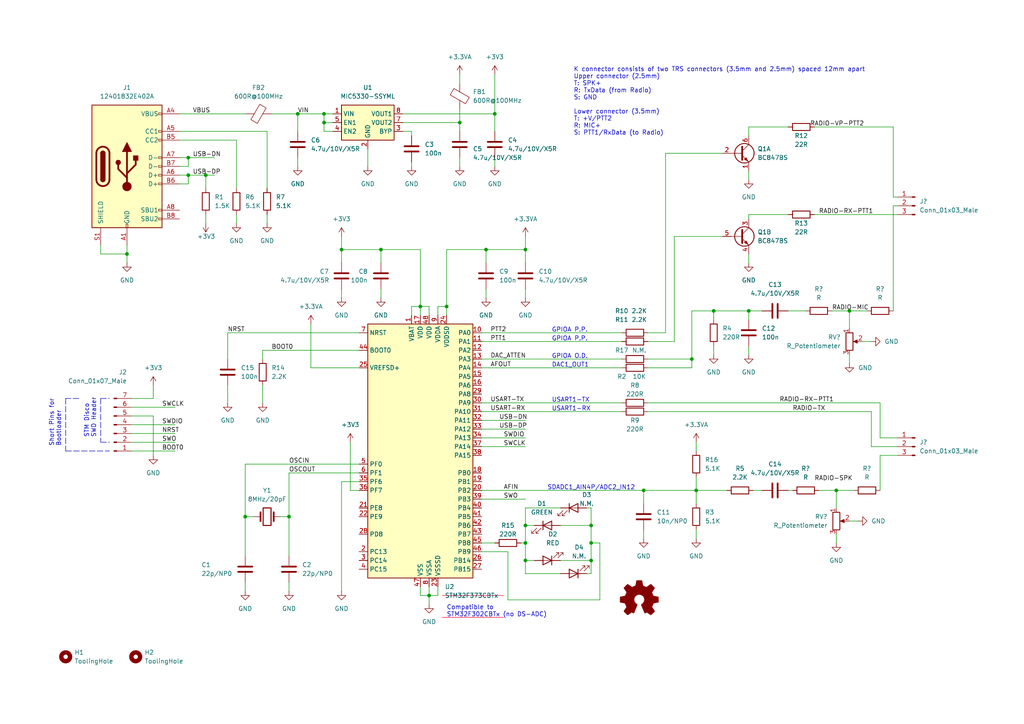
<source format=kicad_sch>
(kicad_sch (version 20211123) (generator eeschema)
  (paper "A4")
  (title_block (title "All-In-One-Cable (AIOC)") (rev "1.0"))
  (lib_symbols
    (symbol "Connector:Conn_01x03_Male" (pin_names (offset 1.016) hide)
      (property "Reference" "J" (at 0 5.08 0))
      (property "Value" "Conn_01x03_Male" (at 0 -5.08 0))
      (symbol "Conn_01x03_Male_1_1"
        (pin passive line (at 5.08 2.54 180) (length 3.81) (name "Pin_1") (number "1"))
        (pin passive line (at 5.08 0 180) (length 3.81) (name "Pin_2") (number "2"))
        (pin passive line (at 5.08 -2.54 180) (length 3.81) (name "Pin_3") (number "3"))
      )
    )
    (symbol "Connector:Conn_01x07_Male" (pin_names (offset 1.016) hide)
      (property "Reference" "J" (at 0 10.16 0))
      (property "Value" "Conn_01x07_Male" (at 0 -10.16 0))
      (symbol "Conn_01x07_Male_1_1"
        (pin passive line (at 5.08 7.62 180) (length 3.81) (name "Pin_1") (number "1"))
        (pin passive line (at 5.08 5.08 180) (length 3.81) (name "Pin_2") (number "2"))
        (pin passive line (at 5.08 2.54 180) (length 3.81) (name "Pin_3") (number "3"))
        (pin passive line (at 5.08 0 180) (length 3.81) (name "Pin_4") (number "4"))
        (pin passive line (at 5.08 -2.54 180) (length 3.81) (name "Pin_5") (number "5"))
        (pin passive line (at 5.08 -5.08 180) (length 3.81) (name "Pin_6") (number "6"))
        (pin passive line (at 5.08 -7.62 180) (length 3.81) (name "Pin_7") (number "7"))
      )
    )
    (symbol "Connector:USB_C_Receptacle_USB2.0" (pin_names (offset 1.016))
      (property "Reference" "J" (at -10.16 19.05 0))
      (property "Value" "USB_C_Receptacle_USB2.0" (at 19.05 19.05 0))
      (symbol "USB_C_Receptacle_USB2.0_1_1"
        (pin passive line (at 0 -22.86 90) (length 5.08) (name "GND") (number "A1"))
        (pin passive line (at 0 -22.86 90) (length 5.08) hide (name "GND") (number "A12"))
        (pin passive line (at 15.24 15.24 180) (length 5.08) (name "VBUS") (number "A4"))
        (pin bidirectional line (at 15.24 10.16 180) (length 5.08) (name "CC1") (number "A5"))
        (pin bidirectional line (at 15.24 -2.54 180) (length 5.08) (name "D+") (number "A6"))
        (pin bidirectional line (at 15.24 2.54 180) (length 5.08) (name "D-") (number "A7"))
        (pin bidirectional line (at 15.24 -12.7 180) (length 5.08) (name "SBU1") (number "A8"))
        (pin passive line (at 15.24 15.24 180) (length 5.08) hide (name "VBUS") (number "A9"))
        (pin passive line (at 0 -22.86 90) (length 5.08) hide (name "GND") (number "B1"))
        (pin passive line (at 0 -22.86 90) (length 5.08) hide (name "GND") (number "B12"))
        (pin passive line (at 15.24 15.24 180) (length 5.08) hide (name "VBUS") (number "B4"))
        (pin bidirectional line (at 15.24 7.62 180) (length 5.08) (name "CC2") (number "B5"))
        (pin bidirectional line (at 15.24 -5.08 180) (length 5.08) (name "D+") (number "B6"))
        (pin bidirectional line (at 15.24 0 180) (length 5.08) (name "D-") (number "B7"))
        (pin bidirectional line (at 15.24 -15.24 180) (length 5.08) (name "SBU2") (number "B8"))
        (pin passive line (at 15.24 15.24 180) (length 5.08) hide (name "VBUS") (number "B9"))
        (pin passive line (at -7.62 -22.86 90) (length 5.08) (name "SHIELD") (number "S1"))
      )
    )
    (symbol "Device:C" (pin_numbers hide) (pin_names (offset 0.254))
      (property "Reference" "C" (at 0.635 2.54 0))
      (property "Value" "C" (at 0.635 -2.54 0))
      (symbol "C_1_1"
        (pin passive line (at 0 3.81 270) (length 2.794) (name "~") (number "1"))
        (pin passive line (at 0 -3.81 90) (length 2.794) (name "~") (number "2"))
      )
    )
    (symbol "Device:Crystal" (pin_numbers hide) (pin_names (offset 1.016) hide)
      (property "Reference" "Y" (at 0 3.81 0))
      (property "Value" "Crystal" (at 0 -3.81 0))
      (symbol "Crystal_1_1"
        (pin passive line (at -3.81 0 0) (length 1.27) (name "1") (number "1"))
        (pin passive line (at 3.81 0 180) (length 1.27) (name "2") (number "2"))
      )
    )
    (symbol "Device:FerriteBead" (pin_numbers hide) (pin_names (offset 0))
      (property "Reference" "FB" (at -3.81 0.635 90))
      (property "Value" "FerriteBead" (at 3.81 0 90))
      (symbol "FerriteBead_1_1"
        (pin passive line (at 0 3.81 270) (length 2.54) (name "~") (number "1"))
        (pin passive line (at 0 -3.81 90) (length 2.54) (name "~") (number "2"))
      )
    )
    (symbol "Device:LED" (pin_numbers hide) (pin_names (offset 1.016) hide)
      (property "Reference" "D" (at 0 2.54 0))
      (property "Value" "LED" (at 0 -2.54 0))
      (symbol "LED_1_1"
        (pin passive line (at -3.81 0 0) (length 2.54) (name "K") (number "1"))
        (pin passive line (at 3.81 0 180) (length 2.54) (name "A") (number "2"))
      )
    )
    (symbol "Device:Q_Dual_NPN_NPN_E1B1C2E2B2C1" (pin_names (offset 0) hide)
      (property "Reference" "Q" (at 5.08 1.27 0))
      (property "Value" "Q_Dual_NPN_NPN_E1B1C2E2B2C1" (at 5.08 -1.27 0))
      (symbol "Q_Dual_NPN_NPN_E1B1C2E2B2C1_1_1"
        (pin passive line (at 2.54 -5.08 90) (length 2.54) (name "E1") (number "1"))
        (pin input line (at -5.08 0 0) (length 2.54) (name "B1") (number "2"))
        (pin passive line (at 2.54 5.08 270) (length 2.54) (name "C1") (number "6"))
      )
      (symbol "Q_Dual_NPN_NPN_E1B1C2E2B2C1_2_1"
        (pin passive line (at 2.54 5.08 270) (length 2.54) (name "C2") (number "3"))
        (pin passive line (at 2.54 -5.08 90) (length 2.54) (name "E2") (number "4"))
        (pin input line (at -5.08 0 0) (length 2.54) (name "B2") (number "5"))
      )
    )
    (symbol "Device:R" (pin_numbers hide) (pin_names (offset 0))
      (property "Reference" "R" (at 2.032 0 90))
      (property "Value" "R" (at 0 0 90))
      (symbol "R_1_1"
        (pin passive line (at 0 3.81 270) (length 1.27) (name "~") (number "1"))
        (pin passive line (at 0 -3.81 90) (length 1.27) (name "~") (number "2"))
      )
    )
    (symbol "Device:R_Potentiometer" (pin_names (offset 1.016) hide)
      (property "Reference" "RV" (at -4.445 0 90))
      (property "Value" "R_Potentiometer" (at -2.54 0 90))
      (symbol "R_Potentiometer_1_1"
        (pin passive line (at 0 3.81 270) (length 1.27) (name "1") (number "1"))
        (pin passive line (at 3.81 0 180) (length 1.27) (name "2") (number "2"))
        (pin passive line (at 0 -3.81 90) (length 1.27) (name "3") (number "3"))
      )
    )
    (symbol "Graphic:Logo_Open_Hardware_Small" (pin_names (offset 1.016)))
    (symbol "MCU_ST_STM32F3:STM32F373CBTx"
      (property "Reference" "U" (at -15.24 36.83 0))
      (property "Value" "STM32F373CBTx" (at 10.16 36.83 0))
      (symbol "STM32F373CBTx_1_1"
        (pin power_in line (at -2.54 38.1 270) (length 2.54) (name "VBAT") (number "1"))
        (pin bidirectional line (at 17.78 33.02 180) (length 2.54) (name "PA0") (number "10"))
        (pin bidirectional line (at 17.78 30.48 180) (length 2.54) (name "PA1") (number "11"))
        (pin bidirectional line (at 17.78 27.94 180) (length 2.54) (name "PA2") (number "12"))
        (pin bidirectional line (at 17.78 25.4 180) (length 2.54) (name "PA3") (number "13"))
        (pin bidirectional line (at 17.78 22.86 180) (length 2.54) (name "PA4") (number "14"))
        (pin bidirectional line (at 17.78 20.32 180) (length 2.54) (name "PA5") (number "15"))
        (pin bidirectional line (at 17.78 17.78 180) (length 2.54) (name "PA6") (number "16"))
        (pin power_in line (at 0 38.1 270) (length 2.54) (name "VDD") (number "17"))
        (pin bidirectional line (at 17.78 -7.62 180) (length 2.54) (name "PB0") (number "18"))
        (pin bidirectional line (at 17.78 -10.16 180) (length 2.54) (name "PB1") (number "19"))
        (pin bidirectional line (at -17.78 -30.48 0) (length 2.54) (name "PC13") (number "2"))
        (pin bidirectional line (at 17.78 -12.7 180) (length 2.54) (name "PB2") (number "20"))
        (pin bidirectional line (at -17.78 -17.78 0) (length 2.54) (name "PE8") (number "21"))
        (pin bidirectional line (at -17.78 -20.32 0) (length 2.54) (name "PE9") (number "22"))
        (pin power_in line (at 5.08 -40.64 90) (length 2.54) (name "VSSSD") (number "23"))
        (pin power_in line (at 7.62 38.1 270) (length 2.54) (name "VDDSD") (number "24"))
        (pin power_in line (at -17.78 22.86 0) (length 2.54) (name "VREFSD+") (number "25"))
        (pin bidirectional line (at 17.78 -33.02 180) (length 2.54) (name "PB14") (number "26"))
        (pin bidirectional line (at 17.78 -35.56 180) (length 2.54) (name "PB15") (number "27"))
        (pin bidirectional line (at -17.78 -25.4 0) (length 2.54) (name "PD8") (number "28"))
        (pin bidirectional line (at 17.78 15.24 180) (length 2.54) (name "PA8") (number "29"))
        (pin bidirectional line (at -17.78 -33.02 0) (length 2.54) (name "PC14") (number "3"))
        (pin bidirectional line (at 17.78 12.7 180) (length 2.54) (name "PA9") (number "30"))
        (pin bidirectional line (at 17.78 10.16 180) (length 2.54) (name "PA10") (number "31"))
        (pin bidirectional line (at 17.78 7.62 180) (length 2.54) (name "PA11") (number "32"))
        (pin bidirectional line (at 17.78 5.08 180) (length 2.54) (name "PA12") (number "33"))
        (pin bidirectional line (at 17.78 2.54 180) (length 2.54) (name "PA13") (number "34"))
        (pin bidirectional line (at -17.78 -10.16 0) (length 2.54) (name "PF6") (number "35"))
        (pin bidirectional line (at -17.78 -12.7 0) (length 2.54) (name "PF7") (number "36"))
        (pin bidirectional line (at 17.78 0 180) (length 2.54) (name "PA14") (number "37"))
        (pin bidirectional line (at 17.78 -2.54 180) (length 2.54) (name "PA15") (number "38"))
        (pin bidirectional line (at 17.78 -15.24 180) (length 2.54) (name "PB3") (number "39"))
        (pin bidirectional line (at -17.78 -35.56 0) (length 2.54) (name "PC15") (number "4"))
        (pin bidirectional line (at 17.78 -17.78 180) (length 2.54) (name "PB4") (number "40"))
        (pin bidirectional line (at 17.78 -20.32 180) (length 2.54) (name "PB5") (number "41"))
        (pin bidirectional line (at 17.78 -22.86 180) (length 2.54) (name "PB6") (number "42"))
        (pin bidirectional line (at 17.78 -25.4 180) (length 2.54) (name "PB7") (number "43"))
        (pin input line (at -17.78 27.94 0) (length 2.54) (name "BOOT0") (number "44"))
        (pin bidirectional line (at 17.78 -27.94 180) (length 2.54) (name "PB8") (number "45"))
        (pin bidirectional line (at 17.78 -30.48 180) (length 2.54) (name "PB9") (number "46"))
        (pin power_in line (at 0 -40.64 90) (length 2.54) (name "VSS") (number "47"))
        (pin power_in line (at 2.54 38.1 270) (length 2.54) (name "VDD") (number "48"))
        (pin input line (at -17.78 -5.08 0) (length 2.54) (name "PF0") (number "5"))
        (pin input line (at -17.78 -7.62 0) (length 2.54) (name "PF1") (number "6"))
        (pin input line (at -17.78 33.02 0) (length 2.54) (name "NRST") (number "7"))
        (pin power_in line (at 2.54 -40.64 90) (length 2.54) (name "VSSA") (number "8"))
        (pin power_in line (at 5.08 38.1 270) (length 2.54) (name "VDDA") (number "9"))
      )
    )
    (symbol "Mechanical:MountingHole" (pin_names (offset 1.016))
      (property "Reference" "H" (at 0 5.08 0))
      (property "Value" "MountingHole" (at 0 3.175 0))
    )
    (symbol "aioc:MIC5330-SSYML"
      (property "Reference" "U" (at 0 8.89 0))
      (property "Value" "MIC5330-SSYML" (at 0 6.35 0))
      (symbol "MIC5330-SSYML_1_1"
        (pin power_in line (at -10.16 2.54 0) (length 2.54) (name "VIN") (number "1"))
        (pin power_in line (at 0 -7.62 90) (length 2.54) (name "GND") (number "2"))
        (pin passive line (at 10.16 -2.54 180) (length 2.54) (name "BYP") (number "3"))
        (pin input line (at -10.16 -2.54 0) (length 2.54) (name "EN2") (number "4"))
        (pin input line (at -10.16 0 0) (length 2.54) (name "EN1") (number "5"))
        (pin power_out line (at 10.16 0 180) (length 2.54) (name "VOUT2") (number "7"))
        (pin power_out line (at 10.16 2.54 180) (length 2.54) (name "VOUT1") (number "8"))
        (pin passive line (at 0 -7.62 90) (length 2.54) hide (name "GND") (number "9"))
      )
    )
    (symbol "power:+3.3VA" (power) (pin_names (offset 0))
      (property "Value" "+3.3VA" (at 0 3.556 0))
      (symbol "+3.3VA_1_1"
        (pin power_in line (at 0 0 90) (length 0) hide (name "+3.3VA") (number "1"))
      )
    )
    (symbol "power:+3V3" (power) (pin_names (offset 0))
      (property "Value" "+3V3" (at 0 3.556 0))
      (symbol "+3V3_1_1"
        (pin power_in line (at 0 0 90) (length 0) hide (name "+3V3") (number "1"))
      )
    )
    (symbol "power:GND" (power) (pin_names (offset 0))
      (property "Value" "GND" (at 0 -3.81 0))
      (symbol "GND_1_1"
        (pin power_in line (at 0 0 270) (length 0) hide (name "GND") (number "1"))
      )
    )
  )
  (junction (at 54.61 45.72))
  (junction (at 152.4 152.4))
  (junction (at 36.83 73.66))
  (junction (at 59.69 50.8))
  (junction (at 171.45 162.56))
  (junction (at 93.98 33.02))
  (junction (at 246.38 90.17))
  (junction (at 140.97 72.39))
  (junction (at 86.36 33.02))
  (junction (at 201.93 142.24))
  (junction (at 152.4 162.56))
  (junction (at 171.45 152.4))
  (junction (at 171.45 157.48))
  (junction (at 129.54 88.9))
  (junction (at 121.92 88.9))
  (junction (at 133.35 35.56))
  (junction (at 152.4 72.39))
  (junction (at 207.01 90.17))
  (junction (at 217.17 90.17))
  (junction (at 99.06 72.39))
  (junction (at 242.57 142.24))
  (junction (at 110.49 72.39))
  (junction (at 54.61 50.8))
  (junction (at 71.12 149.86))
  (junction (at 124.46 172.72))
  (junction (at 152.4 157.48))
  (junction (at 186.69 142.24))
  (junction (at 83.82 149.86))
  (junction (at 200.66 104.14))
  (junction (at 143.51 33.02))
  (junction (at 93.98 35.56))
  (wire (pts (xy 143.51 21.59) (xy 143.51 33.02)))
  (wire (pts (xy 186.69 153.67) (xy 186.69 156.21)))
  (wire (pts (xy 200.66 106.68) (xy 200.66 104.14)))
  (wire (pts (xy 121.92 72.39) (xy 110.49 72.39)))
  (wire (pts (xy 124.46 172.72) (xy 124.46 175.26)))
  (wire (pts (xy 121.92 91.44) (xy 121.92 88.9)))
  (wire (pts (xy 259.08 59.69) (xy 260.35 59.69)))
  (wire (pts (xy 255.27 132.08) (xy 260.35 132.08)))
  (wire (pts (xy 124.46 88.9) (xy 124.46 91.44)))
  (wire (pts (xy 139.7 129.54) (xy 152.4 129.54)))
  (wire (pts (xy 195.58 99.06) (xy 195.58 68.58)))
  (wire (pts (xy 83.82 137.16) (xy 83.82 149.86)))
  (wire (pts (xy 171.45 147.32) (xy 170.18 147.32)))
  (wire (pts (xy 66.04 96.52) (xy 66.04 104.14)))
  (wire (pts (xy 86.36 33.02) (xy 93.98 33.02)))
  (wire (pts (xy 52.07 38.1) (xy 77.47 38.1)))
  (wire (pts (xy 255.27 127) (xy 260.35 127)))
  (wire (pts (xy 99.06 68.58) (xy 99.06 72.39)))
  (wire (pts (xy 140.97 72.39) (xy 140.97 76.2)))
  (wire (pts (xy 147.32 173.99) (xy 147.32 160.02)))
  (polyline (pts (xy 22.86 115.57) (xy 19.05 115.57)))
  (wire (pts (xy 241.3 90.17) (xy 246.38 90.17)))
  (wire (pts (xy 77.47 62.23) (xy 77.47 64.77)))
  (wire (pts (xy 187.96 119.38) (xy 252.73 119.38)))
  (wire (pts (xy 170.18 166.37) (xy 171.45 166.37)))
  (wire (pts (xy 228.6 142.24) (xy 229.87 142.24)))
  (wire (pts (xy 133.35 35.56) (xy 133.35 38.1)))
  (wire (pts (xy 162.56 166.37) (xy 152.4 166.37)))
  (wire (pts (xy 127 88.9) (xy 127 91.44)))
  (wire (pts (xy 96.52 35.56) (xy 93.98 35.56)))
  (wire (pts (xy 66.04 111.76) (xy 66.04 116.84)))
  (wire (pts (xy 152.4 72.39) (xy 152.4 76.2)))
  (wire (pts (xy 162.56 147.32) (xy 152.4 147.32)))
  (wire (pts (xy 104.14 96.52) (xy 66.04 96.52)))
  (wire (pts (xy 242.57 142.24) (xy 247.65 142.24)))
  (wire (pts (xy 201.93 146.05) (xy 201.93 142.24)))
  (wire (pts (xy 259.08 57.15) (xy 260.35 57.15)))
  (polyline (pts (xy 29.21 115.57) (xy 29.21 128.27)))
  (wire (pts (xy 187.96 106.68) (xy 200.66 106.68)))
  (wire (pts (xy 171.45 152.4) (xy 171.45 157.48)))
  (wire (pts (xy 38.1 115.57) (xy 44.45 115.57)))
  (wire (pts (xy 93.98 33.02) (xy 96.52 33.02)))
  (polyline (pts (xy 19.05 130.81) (xy 31.75 130.81)))
  (wire (pts (xy 152.4 162.56) (xy 154.94 162.56)))
  (wire (pts (xy 128.27 172.72) (xy 146.05 172.72)) (stroke (width 0) (color 255 0 51 1)))
  (wire (pts (xy 93.98 38.1) (xy 93.98 35.56)))
  (wire (pts (xy 44.45 115.57) (xy 44.45 111.76)))
  (wire (pts (xy 38.1 128.27) (xy 50.8 128.27)))
  (wire (pts (xy 217.17 73.66) (xy 217.17 76.2)))
  (wire (pts (xy 152.4 83.82) (xy 152.4 86.36)))
  (wire (pts (xy 71.12 149.86) (xy 73.66 149.86)))
  (wire (pts (xy 193.04 44.45) (xy 209.55 44.45)))
  (wire (pts (xy 121.92 170.18) (xy 121.92 172.72)))
  (wire (pts (xy 99.06 139.7) (xy 99.06 171.45)))
  (wire (pts (xy 217.17 100.33) (xy 217.17 102.87)))
  (wire (pts (xy 255.27 142.24) (xy 255.27 132.08)))
  (wire (pts (xy 129.54 72.39) (xy 129.54 88.9)))
  (wire (pts (xy 29.21 71.12) (xy 29.21 73.66)))
  (wire (pts (xy 71.12 149.86) (xy 71.12 161.29)))
  (wire (pts (xy 119.38 38.1) (xy 119.38 39.37)))
  (wire (pts (xy 77.47 38.1) (xy 77.47 54.61)))
  (wire (pts (xy 116.84 38.1) (xy 119.38 38.1)))
  (wire (pts (xy 86.36 33.02) (xy 86.36 38.1)))
  (wire (pts (xy 217.17 39.37) (xy 217.17 36.83)))
  (wire (pts (xy 151.13 157.48) (xy 152.4 157.48)))
  (wire (pts (xy 54.61 45.72) (xy 62.23 45.72)))
  (wire (pts (xy 110.49 72.39) (xy 110.49 76.2)))
  (wire (pts (xy 133.35 45.72) (xy 133.35 48.26)))
  (wire (pts (xy 152.4 157.48) (xy 152.4 162.56)))
  (wire (pts (xy 139.7 127) (xy 152.4 127)))
  (wire (pts (xy 71.12 134.62) (xy 71.12 149.86)))
  (wire (pts (xy 217.17 90.17) (xy 220.98 90.17)))
  (wire (pts (xy 139.7 119.38) (xy 180.34 119.38)))
  (wire (pts (xy 228.6 90.17) (xy 233.68 90.17)))
  (wire (pts (xy 171.45 166.37) (xy 171.45 162.56)))
  (wire (pts (xy 121.92 88.9) (xy 124.46 88.9)))
  (wire (pts (xy 193.04 44.45) (xy 193.04 96.52)))
  (wire (pts (xy 59.69 50.8) (xy 59.69 54.61)))
  (wire (pts (xy 76.2 111.76) (xy 76.2 116.84)))
  (wire (pts (xy 171.45 157.48) (xy 171.45 162.56)))
  (wire (pts (xy 36.83 73.66) (xy 36.83 76.2)))
  (wire (pts (xy 83.82 168.91) (xy 83.82 171.45)))
  (wire (pts (xy 237.49 142.24) (xy 242.57 142.24)))
  (wire (pts (xy 44.45 120.65) (xy 44.45 132.08)))
  (wire (pts (xy 139.7 144.78) (xy 152.4 144.78)))
  (wire (pts (xy 236.22 62.23) (xy 260.35 62.23)))
  (wire (pts (xy 246.38 151.13) (xy 248.92 151.13)))
  (wire (pts (xy 99.06 83.82) (xy 99.06 86.36)))
  (wire (pts (xy 119.38 88.9) (xy 121.92 88.9)))
  (wire (pts (xy 242.57 154.94) (xy 242.57 157.48)))
  (wire (pts (xy 195.58 68.58) (xy 209.55 68.58)))
  (wire (pts (xy 259.08 36.83) (xy 259.08 57.15)))
  (polyline (pts (xy 29.21 128.27) (xy 31.75 128.27)))
  (wire (pts (xy 38.1 125.73) (xy 50.8 125.73)))
  (wire (pts (xy 152.4 166.37) (xy 152.4 162.56)))
  (wire (pts (xy 173.99 157.48) (xy 173.99 173.99)))
  (wire (pts (xy 119.38 91.44) (xy 119.38 88.9)))
  (wire (pts (xy 52.07 50.8) (xy 54.61 50.8)))
  (wire (pts (xy 173.99 173.99) (xy 147.32 173.99)))
  (wire (pts (xy 76.2 101.6) (xy 76.2 104.14)))
  (wire (pts (xy 207.01 92.71) (xy 207.01 90.17)))
  (wire (pts (xy 38.1 118.11) (xy 50.8 118.11)))
  (wire (pts (xy 217.17 36.83) (xy 228.6 36.83)))
  (wire (pts (xy 143.51 45.72) (xy 143.51 48.26)))
  (wire (pts (xy 124.46 170.18) (xy 124.46 172.72)))
  (wire (pts (xy 139.7 99.06) (xy 180.34 99.06)))
  (wire (pts (xy 52.07 48.26) (xy 54.61 48.26)))
  (wire (pts (xy 143.51 33.02) (xy 143.51 38.1)))
  (wire (pts (xy 52.07 53.34) (xy 54.61 53.34)))
  (wire (pts (xy 68.58 40.64) (xy 68.58 54.61)))
  (wire (pts (xy 104.14 139.7) (xy 99.06 139.7)))
  (wire (pts (xy 217.17 90.17) (xy 217.17 92.71)))
  (wire (pts (xy 81.28 149.86) (xy 83.82 149.86)))
  (wire (pts (xy 116.84 33.02) (xy 143.51 33.02)))
  (wire (pts (xy 171.45 152.4) (xy 171.45 147.32)))
  (wire (pts (xy 133.35 21.59) (xy 133.35 24.13)))
  (wire (pts (xy 200.66 90.17) (xy 207.01 90.17)))
  (wire (pts (xy 186.69 146.05) (xy 186.69 142.24)))
  (wire (pts (xy 207.01 100.33) (xy 207.01 102.87)))
  (wire (pts (xy 127 170.18) (xy 127 172.72)))
  (wire (pts (xy 29.21 73.66) (xy 36.83 73.66)))
  (wire (pts (xy 139.7 116.84) (xy 180.34 116.84)))
  (wire (pts (xy 119.38 46.99) (xy 119.38 48.26)))
  (wire (pts (xy 217.17 62.23) (xy 228.6 62.23)))
  (wire (pts (xy 162.56 152.4) (xy 171.45 152.4)))
  (wire (pts (xy 101.6 128.27) (xy 101.6 142.24)))
  (wire (pts (xy 104.14 101.6) (xy 76.2 101.6)))
  (wire (pts (xy 201.93 128.27) (xy 201.93 130.81)))
  (wire (pts (xy 236.22 36.83) (xy 259.08 36.83)))
  (wire (pts (xy 110.49 83.82) (xy 110.49 86.36)))
  (wire (pts (xy 52.07 33.02) (xy 71.12 33.02)))
  (wire (pts (xy 129.54 72.39) (xy 140.97 72.39)))
  (wire (pts (xy 201.93 142.24) (xy 210.82 142.24)))
  (wire (pts (xy 217.17 49.53) (xy 217.17 52.07)))
  (wire (pts (xy 187.96 104.14) (xy 200.66 104.14)))
  (wire (pts (xy 200.66 104.14) (xy 200.66 90.17)))
  (wire (pts (xy 83.82 137.16) (xy 104.14 137.16)))
  (wire (pts (xy 201.93 138.43) (xy 201.93 142.24)))
  (wire (pts (xy 139.7 96.52) (xy 180.34 96.52)))
  (wire (pts (xy 218.44 142.24) (xy 220.98 142.24)))
  (wire (pts (xy 106.68 43.18) (xy 106.68 48.26)))
  (wire (pts (xy 83.82 149.86) (xy 83.82 161.29)))
  (wire (pts (xy 116.84 35.56) (xy 133.35 35.56)))
  (wire (pts (xy 171.45 157.48) (xy 173.99 157.48)))
  (wire (pts (xy 152.4 152.4) (xy 152.4 157.48)))
  (wire (pts (xy 201.93 153.67) (xy 201.93 156.21)))
  (wire (pts (xy 252.73 119.38) (xy 252.73 129.54)))
  (wire (pts (xy 44.45 120.65) (xy 38.1 120.65)))
  (wire (pts (xy 187.96 116.84) (xy 255.27 116.84)))
  (wire (pts (xy 104.14 142.24) (xy 101.6 142.24)))
  (wire (pts (xy 71.12 168.91) (xy 71.12 171.45)))
  (wire (pts (xy 52.07 45.72) (xy 54.61 45.72)))
  (wire (pts (xy 68.58 62.23) (xy 68.58 64.77)))
  (wire (pts (xy 90.17 106.68) (xy 104.14 106.68)))
  (wire (pts (xy 129.54 88.9) (xy 127 88.9)))
  (polyline (pts (xy 19.05 115.57) (xy 19.05 130.81)))
  (wire (pts (xy 127 172.72) (xy 124.46 172.72)))
  (wire (pts (xy 96.52 38.1) (xy 93.98 38.1)))
  (polyline (pts (xy 29.21 115.57) (xy 31.75 115.57)))
  (wire (pts (xy 154.94 152.4) (xy 152.4 152.4)))
  (wire (pts (xy 121.92 72.39) (xy 121.92 88.9)))
  (wire (pts (xy 139.7 104.14) (xy 180.34 104.14)))
  (wire (pts (xy 54.61 50.8) (xy 54.61 53.34)))
  (wire (pts (xy 139.7 121.92) (xy 152.4 121.92)))
  (wire (pts (xy 59.69 50.8) (xy 62.23 50.8)))
  (wire (pts (xy 52.07 40.64) (xy 68.58 40.64)))
  (wire (pts (xy 139.7 157.48) (xy 143.51 157.48)))
  (wire (pts (xy 140.97 83.82) (xy 140.97 86.36)))
  (wire (pts (xy 128.27 179.07) (xy 146.05 179.07)) (stroke (width 0) (color 255 0 51 1)))
  (wire (pts (xy 54.61 45.72) (xy 54.61 48.26)))
  (wire (pts (xy 252.73 129.54) (xy 260.35 129.54)))
  (wire (pts (xy 246.38 90.17) (xy 251.46 90.17)))
  (wire (pts (xy 162.56 162.56) (xy 171.45 162.56)))
  (wire (pts (xy 246.38 102.87) (xy 246.38 105.41)))
  (wire (pts (xy 147.32 160.02) (xy 139.7 160.02)))
  (wire (pts (xy 139.7 106.68) (xy 180.34 106.68)))
  (wire (pts (xy 129.54 91.44) (xy 129.54 88.9)))
  (wire (pts (xy 124.46 172.72) (xy 121.92 172.72)))
  (wire (pts (xy 86.36 45.72) (xy 86.36 48.26)))
  (wire (pts (xy 140.97 72.39) (xy 152.4 72.39)))
  (wire (pts (xy 99.06 72.39) (xy 99.06 76.2)))
  (wire (pts (xy 54.61 50.8) (xy 59.69 50.8)))
  (wire (pts (xy 59.69 62.23) (xy 59.69 64.77)))
  (wire (pts (xy 110.49 72.39) (xy 99.06 72.39)))
  (wire (pts (xy 246.38 90.17) (xy 246.38 95.25)))
  (wire (pts (xy 36.83 71.12) (xy 36.83 73.66)))
  (wire (pts (xy 255.27 116.84) (xy 255.27 127)))
  (wire (pts (xy 71.12 134.62) (xy 104.14 134.62)))
  (wire (pts (xy 217.17 62.23) (xy 217.17 63.5)))
  (wire (pts (xy 186.69 142.24) (xy 201.93 142.24)))
  (wire (pts (xy 250.19 99.06) (xy 252.73 99.06)))
  (wire (pts (xy 139.7 142.24) (xy 186.69 142.24)))
  (wire (pts (xy 38.1 130.81) (xy 50.8 130.81)))
  (wire (pts (xy 152.4 147.32) (xy 152.4 152.4)))
  (wire (pts (xy 133.35 31.75) (xy 133.35 35.56)))
  (wire (pts (xy 139.7 124.46) (xy 152.4 124.46)))
  (wire (pts (xy 242.57 142.24) (xy 242.57 147.32)))
  (wire (pts (xy 207.01 90.17) (xy 217.17 90.17)))
  (wire (pts (xy 93.98 33.02) (xy 93.98 35.56)))
  (wire (pts (xy 187.96 96.52) (xy 193.04 96.52)))
  (wire (pts (xy 78.74 33.02) (xy 86.36 33.02)))
  (wire (pts (xy 187.96 99.06) (xy 195.58 99.06)))
  (wire (pts (xy 259.08 90.17) (xy 259.08 59.69)))
  (wire (pts (xy 152.4 68.58) (xy 152.4 72.39)))
  (wire (pts (xy 38.1 123.19) (xy 50.8 123.19)))
  (wire (pts (xy 90.17 93.98) (xy 90.17 106.68)))
  (text "STM Disco\nSWD Header" (at 27.94 127 90) (effects (font (size 1.27 1.27)) (justify left bottom)))
  (text "Short Pins for\nBootloader" (at 17.78 129.54 90) (effects (font (size 1.27 1.27)) (justify left bottom)))
  (text "SDADC1_AIN4P/ADC2_IN12" (at 158.75 142.24 0) (effects (font (size 1.27 1.27)) (justify left bottom)))
  (text "USART1-TX" (at 160.02 116.84 0) (effects (font (size 1.27 1.27)) (justify left bottom)))
  (text "K connector consists of two TRS connectors (3.5mm and 2.5mm) spaced 12mm apart\nUpper connector (2.5mm)\nT: SPK+\nR: TxData (from Radio)\nS: GND\n\nLower connector (3.5mm)\nT: +V/PTT2\nR: MIC+\nS: PTT1/RxData (to Radio)\n" (at 166.37 39.37 0) (effects (font (size 1.27 1.27)) (justify left bottom)))
  (text "GPIOA P.P." (at 160.02 99.06 0) (effects (font (size 1.27 1.27)) (justify left bottom)))
  (text "DAC1_OUT1" (at 160.02 106.68 0) (effects (font (size 1.27 1.27)) (justify left bottom)))
  (text "GPIOA O.D." (at 160.02 104.14 0) (effects (font (size 1.27 1.27)) (justify left bottom)))
  (text "Compatible to \nSTM32F302CBTx (no DS-ADC)" (at 129.54 179.07 0) (effects (font (size 1.27 1.27)) (justify left bottom)))
  (text "USART1-RX" (at 160.02 119.38 0) (effects (font (size 1.27 1.27)) (justify left bottom)))
  (text "GPIOA P.P." (at 160.02 96.52 0) (effects (font (size 1.27 1.27)) (justify left bottom)))
  (label "OSCIN" (at 83.82 134.62 0))
  (label "RADIO-VP-PTT2" (at 234.95 36.83 0))
  (label "AFIN" (at 146.05 142.24 0))
  (label "VBUS" (at 55.88 33.02 0))
  (label "NRST" (at 66.04 96.52 0))
  (label "PTT2" (at 142.24 96.52 0))
  (label "SWO" (at 46.99 128.27 0))
  (label "SWO" (at 146.05 144.78 0))
  (label "SWDIO" (at 146.05 127 0))
  (label "USB-DN" (at 55.88 45.72 0))
  (label "OSCOUT" (at 83.82 137.16 0))
  (label "USB-DP" (at 55.88 50.8 0))
  (label "BOOT0" (at 78.74 101.6 0))
  (label "USART-RX" (at 142.24 119.38 0))
  (label "SWDIO" (at 46.99 123.19 0))
  (label "USB-DP" (at 144.78 124.46 0))
  (label "VIN" (at 86.36 33.02 0))
  (label "PTT1" (at 142.24 99.06 0))
  (label "AFOUT" (at 142.24 106.68 0))
  (label "SWCLK" (at 46.99 118.11 0))
  (label "RADIO-RX-PTT1" (at 226.06 116.84 0))
  (label "RADIO-MIC" (at 241.3 90.17 0))
  (label "RADIO-RX-PTT1" (at 237.49 62.23 0))
  (label "USART-TX" (at 142.24 116.84 0))
  (label "SWCLK" (at 146.05 129.54 0))
  (label "BOOT0" (at 46.99 130.81 0))
  (label "NRST" (at 46.99 125.73 0))
  (label "RADIO-SPK" (at 236.22 139.7 0))
  (label "DAC_ATTEN" (at 142.24 104.14 0))
  (label "USB-DN" (at 144.78 121.92 0))
  (label "RADIO-TX" (at 229.87 119.38 0))
  (symbol (lib_id "Device:R") (at 184.15 116.84 270) (unit 1)
    (property "Reference" "R8" (at 184.15 111.76 90))
    (property "Value" "220R" (at 184.15 114.3 90))
    (property "Footprint" "Resistor_SMD:R_0603_1608Metric" (effects hide))
    (property "LCSC" "C22962" (effects hide))
  )
  (symbol (lib_id "power:+3V3") (at 59.69 64.77 180) (unit 1)
    (property "Reference" "#PWR07" (effects hide))
    (property "Value" "+3V3" (at 57.15 68.58 0) (effects (justify right)))
  )
  (symbol (lib_id "Mechanical:MountingHole") (at 19.05 190.5 0) (unit 1) (in_bom no)
    (property "Reference" "H1" (at 21.59 189.2299 0) (effects (justify left)))
    (property "Value" "ToolingHole" (at 21.59 191.7699 0) (effects (justify left)))
    (property "Footprint" "AIOC:TOOLING-HOLE" (effects hide))
  )
  (symbol (lib_id "power:GND") (at 99.06 86.36 0) (mirror y) (unit 1)
    (property "Reference" "#PWR0115" (effects hide))
    (property "Value" "GND" (at 99.06 91.44 0))
  )
  (symbol (lib_id "power:+3.3VA") (at 133.35 21.59 0) (unit 1)
    (property "Reference" "#PWR0109" (effects hide))
    (property "Value" "+3.3VA" (at 133.35 16.51 0))
  )
  (symbol (lib_id "Device:R") (at 214.63 142.24 90) (unit 1)
    (property "Reference" "R5" (at 214.63 135.89 90))
    (property "Value" "2.2K" (at 214.63 138.43 90))
    (property "Footprint" "Resistor_SMD:R_0603_1608Metric" (effects hide))
    (property "LCSC" "C4190" (effects hide))
  )
  (symbol (lib_id "Graphic:Logo_Open_Hardware_Small") (at 185.42 173.99 0) (unit 1)
    (property "Reference" "#LOGO1" (effects hide))
    (property "Value" "Logo_Open_Hardware_Small" (effects hide))
  )
  (symbol (lib_id "Device:R") (at 255.27 90.17 90) (unit 1)
    (property "Reference" "R?" (at 255.27 83.82 90))
    (property "Value" "R" (at 255.27 86.36 90))
  )
  (symbol (lib_id "power:+3V3") (at 143.51 21.59 0) (unit 1)
    (property "Reference" "#PWR0108" (effects hide))
    (property "Value" "+3V3" (at 143.51 16.51 0))
  )
  (symbol (lib_id "Device:R") (at 237.49 90.17 90) (unit 1)
    (property "Reference" "R?" (at 237.49 83.82 90))
    (property "Value" "R" (at 237.49 86.36 90))
  )
  (symbol (lib_id "Connector:Conn_01x03_Male") (at 265.43 129.54 0) (mirror y) (unit 1)
    (property "Reference" "J?" (at 266.7 128.2699 0) (effects (justify right)))
    (property "Value" "Conn_01x03_Male" (at 266.7 130.8099 0) (effects (justify right)))
  )
  (symbol (lib_id "Device:R") (at 184.15 104.14 270) (unit 1)
    (property "Reference" "R17" (at 180.34 101.6 90))
    (property "Value" "N.M." (at 185.42 101.6 90))
    (property "Footprint" "Resistor_SMD:R_0603_1608Metric" (effects hide))
  )
  (symbol (lib_id "Device:R") (at 147.32 157.48 270) (unit 1)
    (property "Reference" "R15" (at 147.32 152.4 90))
    (property "Value" "220R" (at 147.32 154.94 90))
    (property "Footprint" "Resistor_SMD:R_0603_1608Metric" (effects hide))
    (property "LCSC" "C22962" (effects hide))
  )
  (symbol (lib_id "Device:Q_Dual_NPN_NPN_E1B1C2E2B2C1") (at 214.63 68.58 0) (unit 2)
    (property "Reference" "Q1" (at 219.71 67.3099 0) (effects (justify left)))
    (property "Value" "BC847BS" (at 219.71 69.8499 0) (effects (justify left)))
    (property "Footprint" "Package_TO_SOT_SMD:SOT-363_SC-70-6" (effects hide))
    (property "LCSC" "C8653" (effects hide))
  )
  (symbol (lib_id "power:GND") (at 36.83 76.2 0) (unit 1)
    (property "Reference" "#PWR0101" (effects hide))
    (property "Value" "GND" (at 36.83 81.28 0))
  )
  (symbol (lib_id "power:GND") (at 66.04 116.84 0) (mirror y) (unit 1)
    (property "Reference" "#PWR0121" (effects hide))
    (property "Value" "GND" (at 66.04 121.92 0))
  )
  (symbol (lib_id "Device:LED") (at 166.37 147.32 0) (unit 1)
    (property "Reference" "D3" (at 170.18 143.51 0))
    (property "Value" "N.M." (at 170.18 146.05 0))
    (property "Footprint" "LED_SMD:LED_0603_1608Metric" (effects hide))
  )
  (symbol (lib_id "Device:R") (at 68.58 58.42 180) (unit 1)
    (property "Reference" "R6" (at 71.12 57.1499 0) (effects (justify right)))
    (property "Value" "5.1K" (at 71.12 59.6899 0) (effects (justify right)))
    (property "Footprint" "Resistor_SMD:R_0603_1608Metric" (effects hide))
    (property "LCSC" "C23186" (effects hide))
  )
  (symbol (lib_id "MCU_ST_STM32F3:STM32F373CBTx") (at 121.92 129.54 0) (unit 1)
    (property "Reference" "U2" (at 129.0194 170.18 0) (effects (justify left)))
    (property "Value" "STM32F373CBTx" (at 129.0194 172.72 0) (effects (justify left)))
    (property "Footprint" "Package_QFP:LQFP-48_7x7mm_P0.5mm" (effects hide))
    (property "Datasheet" "http://www.st.com/st-web-ui/static/active/en/resource/technical/document/datasheet/DM00046749.pdf" (effects hide))
    (property "LCSC" "C94046" (effects hide))
  )
  (symbol (lib_id "Device:C") (at 217.17 96.52 0) (unit 1)
    (property "Reference" "C12" (at 220.98 95.2499 0) (effects (justify left)))
    (property "Value" "100n" (at 220.98 97.7899 0) (effects (justify left)))
    (property "Footprint" "Capacitor_SMD:C_0603_1608Metric" (effects hide))
    (property "LCSC" "C14663" (effects hide))
  )
  (symbol (lib_id "Device:FerriteBead") (at 133.35 27.94 0) (unit 1)
    (property "Reference" "FB1" (at 137.16 26.6191 0) (effects (justify left)))
    (property "Value" "600R@100MHz" (at 137.16 29.1591 0) (effects (justify left)))
    (property "Footprint" "Inductor_SMD:L_0603_1608Metric" (effects hide))
    (property "LCSC" "C1002" (effects hide))
  )
  (symbol (lib_id "Device:LED") (at 158.75 152.4 0) (unit 1)
    (property "Reference" "D1" (at 157.1625 146.05 0))
    (property "Value" "GREEN" (at 157.1625 148.59 0))
    (property "Footprint" "LED_SMD:LED_0603_1608Metric" (effects hide))
    (property "LCSC" "C72043" (effects hide))
  )
  (symbol (lib_id "power:+3V3") (at 99.06 68.58 0) (unit 1)
    (property "Reference" "#PWR0113" (effects hide))
    (property "Value" "+3V3" (at 99.06 63.5 0))
  )
  (symbol (lib_id "power:+3.3VA") (at 152.4 68.58 0) (unit 1)
    (property "Reference" "#PWR0112" (effects hide))
    (property "Value" "+3.3VA" (at 152.4 63.5 0))
  )
  (symbol (lib_id "Device:C") (at 71.12 165.1 0) (unit 1)
    (property "Reference" "C1" (at 58.42 163.83 0) (effects (justify left)))
    (property "Value" "22p/NP0" (at 58.42 166.37 0) (effects (justify left)))
    (property "Footprint" "Capacitor_SMD:C_0603_1608Metric" (effects hide))
    (property "LCSC" "C1653" (effects hide))
  )
  (symbol (lib_id "power:GND") (at 217.17 52.07 0) (unit 1)
    (property "Reference" "#PWR05" (effects hide))
    (property "Value" "GND" (at 217.17 57.15 0))
  )
  (symbol (lib_id "Device:C") (at 224.79 90.17 90) (unit 1)
    (property "Reference" "C13" (at 224.79 82.55 90))
    (property "Value" "4.7u/10V/X5R" (at 224.79 85.09 90))
    (property "Footprint" "Capacitor_SMD:C_0603_1608Metric" (effects hide))
    (property "LCSC" "C19666" (effects hide))
  )
  (symbol (lib_id "Device:FerriteBead") (at 74.93 33.02 270) (unit 1)
    (property "Reference" "FB2" (at 74.9808 25.4 90))
    (property "Value" "600R@100MHz" (at 74.9808 27.94 90))
    (property "Footprint" "Inductor_SMD:L_0603_1608Metric" (effects hide))
    (property "LCSC" "C1002" (effects hide))
  )
  (symbol (lib_id "Device:R_Potentiometer") (at 246.38 99.06 0) (unit 1)
    (property "Reference" "RV?" (at 243.84 97.7899 0) (effects (justify right)))
    (property "Value" "R_Potentiometer" (at 243.84 100.3299 0) (effects (justify right)))
  )
  (symbol (lib_id "power:GND") (at 77.47 64.77 0) (unit 1)
    (property "Reference" "#PWR0120" (effects hide))
    (property "Value" "GND" (at 77.47 69.85 0))
  )
  (symbol (lib_id "power:GND") (at 242.57 157.48 0) (unit 1)
    (property "Reference" "#PWR?" (effects hide))
    (property "Value" "GND" (at 242.57 162.56 0))
  )
  (symbol (lib_id "Device:R") (at 232.41 36.83 270) (unit 1)
    (property "Reference" "R12" (at 232.41 39.37 90))
    (property "Value" "22R" (at 232.41 41.91 90))
    (property "Footprint" "Resistor_SMD:R_0603_1608Metric" (effects hide))
    (property "LCSC" "C23345" (effects hide))
  )
  (symbol (lib_id "power:+3.3VA") (at 201.93 128.27 0) (unit 1)
    (property "Reference" "#PWR08" (effects hide))
    (property "Value" "+3.3VA" (at 201.93 123.19 0))
  )
  (symbol (lib_id "Device:Q_Dual_NPN_NPN_E1B1C2E2B2C1") (at 214.63 44.45 0) (unit 1)
    (property "Reference" "Q1" (at 219.71 43.1799 0) (effects (justify left)))
    (property "Value" "BC847BS" (at 219.71 45.7199 0) (effects (justify left)))
    (property "Footprint" "Package_TO_SOT_SMD:SOT-363_SC-70-6" (effects hide))
    (property "LCSC" "C8653" (effects hide))
  )
  (symbol (lib_id "power:GND") (at 124.46 175.26 0) (unit 1)
    (property "Reference" "#PWR0102" (effects hide))
    (property "Value" "GND" (at 124.46 180.34 0))
  )
  (symbol (lib_id "Device:R_Potentiometer") (at 242.57 151.13 0) (unit 1)
    (property "Reference" "RV?" (at 240.03 149.8599 0) (effects (justify right)))
    (property "Value" "R_Potentiometer" (at 240.03 152.3999 0) (effects (justify right)))
  )
  (symbol (lib_id "power:GND") (at 252.73 99.06 90) (unit 1)
    (property "Reference" "#PWR?" (effects hide))
    (property "Value" "GND" (at 256.54 99.0599 90) (effects (justify right)))
  )
  (symbol (lib_id "aioc:MIC5330-SSYML") (at 106.68 35.56 0) (unit 1)
    (property "Reference" "U1" (at 106.68 25.4 0))
    (property "Value" "MIC5330-SSYML" (at 106.68 27.94 0))
    (property "Footprint" "AIOC:Micrel_MLF-8-1EP_2x2mm_P0.5mm_EP0.6x1.2mm" (effects hide))
    (property "Datasheet" "http://ww1.microchip.com/downloads/en/DeviceDoc/mic5330.pdf" (effects hide))
    (property "LCSC" "C144168" (effects hide))
  )
  (symbol (lib_id "power:GND") (at 44.45 132.08 0) (mirror y) (unit 1)
    (property "Reference" "#PWR0124" (effects hide))
    (property "Value" "GND" (at 44.45 137.16 0))
  )
  (symbol (lib_id "power:+3V3") (at 101.6 128.27 0) (unit 1)
    (property "Reference" "#PWR0125" (effects hide))
    (property "Value" "+3V3" (at 101.6 123.19 0))
  )
  (symbol (lib_id "Device:Crystal") (at 77.47 149.86 0) (unit 1)
    (property "Reference" "Y1" (at 77.47 142.24 0))
    (property "Value" "8MHz/20pF" (at 77.47 144.78 0))
    (property "Footprint" "AIOC:Crystal_SMD_5032-2Pin_5.0x3.2mm" (effects hide))
    (property "LCSC" "C115962" (effects hide))
  )
  (symbol (lib_id "Device:R") (at 59.69 58.42 180) (unit 1)
    (property "Reference" "R1" (at 62.23 57.1499 0) (effects (justify right)))
    (property "Value" "1.5K" (at 62.23 59.6899 0) (effects (justify right)))
    (property "Footprint" "Resistor_SMD:R_0603_1608Metric" (effects hide))
    (property "LCSC" "C22843" (effects hide))
  )
  (symbol (lib_id "Device:C") (at 224.79 142.24 90) (unit 1)
    (property "Reference" "C14" (at 224.79 134.62 90))
    (property "Value" "4.7u/10V/X5R" (at 224.79 137.16 90))
    (property "Footprint" "Capacitor_SMD:C_0603_1608Metric" (effects hide))
    (property "LCSC" "C19666" (effects hide))
  )
  (symbol (lib_id "Device:R") (at 233.68 142.24 90) (unit 1)
    (property "Reference" "R?" (at 233.68 135.89 90))
    (property "Value" "R" (at 233.68 138.43 90))
  )
  (symbol (lib_id "power:+3.3VA") (at 90.17 93.98 0) (unit 1)
    (property "Reference" "#PWR0116" (effects hide))
    (property "Value" "+3.3VA" (at 90.17 88.9 0))
  )
  (symbol (lib_id "Device:C") (at 152.4 80.01 0) (unit 1)
    (property "Reference" "C10" (at 156.21 78.7399 0) (effects (justify left)))
    (property "Value" "4.7u/10V/X5R" (at 156.21 81.2799 0) (effects (justify left)))
    (property "Footprint" "Capacitor_SMD:C_0603_1608Metric" (effects hide))
    (property "LCSC" "C19666" (effects hide))
  )
  (symbol (lib_id "power:GND") (at 217.17 102.87 0) (unit 1)
    (property "Reference" "#PWR04" (effects hide))
    (property "Value" "GND" (at 217.17 107.95 0))
  )
  (symbol (lib_id "Device:R") (at 184.15 119.38 270) (unit 1)
    (property "Reference" "R9" (at 184.15 121.92 90))
    (property "Value" "220R" (at 184.15 124.46 90))
    (property "Footprint" "Resistor_SMD:R_0603_1608Metric" (effects hide))
    (property "LCSC" "C22962" (effects hide))
  )
  (symbol (lib_id "Device:C") (at 186.69 149.86 0) (unit 1)
    (property "Reference" "C11" (at 190.5 148.59 0) (effects (justify left)))
    (property "Value" "10n/NP0" (at 190.5 151.1299 0) (effects (justify left)))
    (property "Footprint" "Capacitor_SMD:C_0603_1608Metric" (effects hide))
    (property "LCSC" "C57112" (effects hide))
  )
  (symbol (lib_id "power:GND") (at 110.49 86.36 0) (mirror y) (unit 1)
    (property "Reference" "#PWR0114" (effects hide))
    (property "Value" "GND" (at 110.49 91.44 0))
  )
  (symbol (lib_id "power:GND") (at 133.35 48.26 0) (unit 1)
    (property "Reference" "#PWR0126" (effects hide))
    (property "Value" "GND" (at 133.35 53.34 0))
  )
  (symbol (lib_id "Device:R") (at 77.47 58.42 180) (unit 1)
    (property "Reference" "R7" (at 80.01 57.1499 0) (effects (justify right)))
    (property "Value" "5.1K" (at 80.01 59.6899 0) (effects (justify right)))
    (property "Footprint" "Resistor_SMD:R_0603_1608Metric" (effects hide))
    (property "LCSC" "C23186" (effects hide))
  )
  (symbol (lib_id "power:+3V3") (at 44.45 111.76 0) (unit 1)
    (property "Reference" "#PWR0110" (effects hide))
    (property "Value" "+3V3" (at 44.45 106.68 0))
  )
  (symbol (lib_id "Device:R") (at 184.15 99.06 90) (unit 1)
    (property "Reference" "R11" (at 180.34 92.71 90))
    (property "Value" "2.2K" (at 185.42 92.71 90))
    (property "Footprint" "Resistor_SMD:R_0603_1608Metric" (effects hide))
    (property "LCSC" "C4190" (effects hide))
  )
  (symbol (lib_id "power:GND") (at 143.51 48.26 0) (unit 1)
    (property "Reference" "#PWR0106" (effects hide))
    (property "Value" "GND" (at 143.51 53.34 0))
  )
  (symbol (lib_id "Device:R") (at 184.15 96.52 90) (unit 1)
    (property "Reference" "R10" (at 180.34 90.17 90))
    (property "Value" "2.2K" (at 185.42 90.17 90))
    (property "Footprint" "Resistor_SMD:R_0603_1608Metric" (effects hide))
    (property "LCSC" "C4190" (effects hide))
  )
  (symbol (lib_id "power:GND") (at 248.92 151.13 90) (unit 1)
    (property "Reference" "#PWR?" (effects hide))
    (property "Value" "GND" (at 252.73 151.1299 90) (effects (justify right)))
  )
  (symbol (lib_id "power:GND") (at 152.4 86.36 0) (unit 1)
    (property "Reference" "#PWR0117" (effects hide))
    (property "Value" "GND" (at 152.4 91.44 0))
  )
  (symbol (lib_id "power:GND") (at 140.97 86.36 0) (unit 1)
    (property "Reference" "#PWR0118" (effects hide))
    (property "Value" "GND" (at 140.97 91.44 0))
  )
  (symbol (lib_id "power:GND") (at 207.01 102.87 0) (unit 1)
    (property "Reference" "#PWR03" (effects hide))
    (property "Value" "GND" (at 207.01 107.95 0))
  )
  (symbol (lib_id "Device:R") (at 184.15 106.68 270) (unit 1)
    (property "Reference" "R2" (at 180.34 109.22 90))
    (property "Value" "10K" (at 185.42 109.22 90))
    (property "Footprint" "Resistor_SMD:R_0603_1608Metric" (effects hide))
    (property "LCSC" "C25804" (effects hide))
  )
  (symbol (lib_id "Device:R") (at 201.93 134.62 0) (unit 1)
    (property "Reference" "R16" (at 204.47 133.3499 0) (effects (justify left)))
    (property "Value" "5.1K" (at 204.47 135.8899 0) (effects (justify left)))
    (property "Footprint" "Resistor_SMD:R_0603_1608Metric" (effects hide))
    (property "LCSC" "C23186" (effects hide))
  )
  (symbol (lib_id "Device:R") (at 201.93 149.86 180) (unit 1)
    (property "Reference" "R3" (at 204.47 148.5899 0) (effects (justify right)))
    (property "Value" "5.1K" (at 204.47 151.1299 0) (effects (justify right)))
    (property "Footprint" "Resistor_SMD:R_0603_1608Metric" (effects hide))
    (property "LCSC" "C23186" (effects hide))
  )
  (symbol (lib_id "power:GND") (at 217.17 76.2 0) (unit 1)
    (property "Reference" "#PWR06" (effects hide))
    (property "Value" "GND" (at 217.17 81.28 0))
  )
  (symbol (lib_id "Device:R") (at 76.2 107.95 180) (unit 1)
    (property "Reference" "R14" (at 78.74 106.6799 0) (effects (justify right)))
    (property "Value" "2.2K" (at 78.74 109.2199 0) (effects (justify right)))
    (property "Footprint" "Resistor_SMD:R_0603_1608Metric" (effects hide))
    (property "LCSC" "C4190" (effects hide))
  )
  (symbol (lib_id "Device:C") (at 99.06 80.01 0) (unit 1)
    (property "Reference" "C7" (at 92.71 78.74 0) (effects (justify left)))
    (property "Value" "4.7u/10V/X5R" (at 81.28 81.28 0) (effects (justify left)))
    (property "Footprint" "Capacitor_SMD:C_0603_1608Metric" (effects hide))
    (property "LCSC" "C19666" (effects hide))
  )
  (symbol (lib_id "power:GND") (at 246.38 105.41 0) (unit 1)
    (property "Reference" "#PWR?" (effects hide))
    (property "Value" "GND" (at 248.92 106.6799 0) (effects (justify left)))
  )
  (symbol (lib_id "Device:LED") (at 166.37 166.37 180) (unit 1)
    (property "Reference" "D4" (at 167.9575 158.75 0))
    (property "Value" "N.M." (at 167.9575 161.29 0))
    (property "Footprint" "LED_SMD:LED_0603_1608Metric" (effects hide))
  )
  (symbol (lib_id "Device:R") (at 251.46 142.24 90) (unit 1)
    (property "Reference" "R?" (at 251.46 135.89 90))
    (property "Value" "R" (at 251.46 138.43 90))
  )
  (symbol (lib_id "Device:LED") (at 158.75 162.56 180) (unit 1)
    (property "Reference" "D2" (at 160.3375 154.94 0))
    (property "Value" "RED" (at 160.3375 157.48 0))
    (property "Footprint" "LED_SMD:LED_0603_1608Metric" (effects hide))
    (property "LCSC" "C2286" (effects hide))
  )
  (symbol (lib_id "Device:R") (at 232.41 62.23 270) (unit 1)
    (property "Reference" "R13" (at 232.41 64.77 90))
    (property "Value" "22R" (at 232.41 67.31 90))
    (property "Footprint" "Resistor_SMD:R_0603_1608Metric" (effects hide))
    (property "LCSC" "C23345" (effects hide))
  )
  (symbol (lib_id "Mechanical:MountingHole") (at 39.37 190.5 0) (unit 1) (in_bom no)
    (property "Reference" "H2" (at 41.91 189.2299 0) (effects (justify left)))
    (property "Value" "ToolingHole" (at 41.91 191.7699 0) (effects (justify left)))
    (property "Footprint" "AIOC:TOOLING-HOLE" (effects hide))
  )
  (symbol (lib_id "Device:C") (at 119.38 43.18 0) (mirror y) (unit 1)
    (property "Reference" "C3" (at 123.19 41.9099 0) (effects (justify right)))
    (property "Value" "100n" (at 123.19 44.4499 0) (effects (justify right)))
    (property "Footprint" "Capacitor_SMD:C_0603_1608Metric" (effects hide))
    (property "LCSC" "C14663" (effects hide))
  )
  (symbol (lib_id "power:GND") (at 99.06 171.45 0) (unit 1)
    (property "Reference" "#PWR0122" (effects hide))
    (property "Value" "GND" (at 99.06 176.53 0))
  )
  (symbol (lib_id "Device:C") (at 83.82 165.1 0) (unit 1)
    (property "Reference" "C2" (at 87.63 163.8299 0) (effects (justify left)))
    (property "Value" "22p/NP0" (at 87.63 166.3699 0) (effects (justify left)))
    (property "Footprint" "Capacitor_SMD:C_0603_1608Metric" (effects hide))
    (property "LCSC" "C1653" (effects hide))
  )
  (symbol (lib_id "Connector:USB_C_Receptacle_USB2.0") (at 36.83 48.26 0) (unit 1)
    (property "Reference" "J1" (at 36.83 25.4 0))
    (property "Value" "12401832E402A" (at 36.83 27.94 0))
    (property "Footprint" "AIOC:USB_C_Receptacle_Amphenol_12401832E40-2A" (effects hide))
    (property "Datasheet" "https://www.usb.org/sites/default/files/documents/usb_type-c.zip" (effects hide))
    (property "LCSC" "C464604" (effects hide))
  )
  (symbol (lib_id "Connector:Conn_01x03_Male") (at 265.43 59.69 0) (mirror y) (unit 1)
    (property "Reference" "J?" (at 266.7 58.4199 0) (effects (justify right)))
    (property "Value" "Conn_01x03_Male" (at 266.7 60.9599 0) (effects (justify right)))
  )
  (symbol (lib_id "power:GND") (at 119.38 48.26 0) (unit 1)
    (property "Reference" "#PWR0105" (effects hide))
    (property "Value" "GND" (at 119.38 53.34 0))
  )
  (symbol (lib_id "power:GND") (at 76.2 116.84 0) (mirror y) (unit 1)
    (property "Reference" "#PWR0123" (effects hide))
    (property "Value" "GND" (at 76.2 121.92 0))
  )
  (symbol (lib_id "power:GND") (at 86.36 48.26 0) (unit 1)
    (property "Reference" "#PWR0111" (effects hide))
    (property "Value" "GND" (at 86.36 53.34 0))
  )
  (symbol (lib_id "power:GND") (at 71.12 171.45 0) (unit 1)
    (property "Reference" "#PWR0103" (effects hide))
    (property "Value" "GND" (at 71.12 176.53 0))
  )
  (symbol (lib_id "Device:C") (at 66.04 107.95 0) (unit 1)
    (property "Reference" "C15" (at 69.85 106.6799 0) (effects (justify left)))
    (property "Value" "100n" (at 69.85 109.2199 0) (effects (justify left)))
    (property "Footprint" "Capacitor_SMD:C_0603_1608Metric" (effects hide))
    (property "LCSC" "C14663" (effects hide))
  )
  (symbol (lib_id "power:GND") (at 106.68 48.26 0) (unit 1)
    (property "Reference" "#PWR0107" (effects hide))
    (property "Value" "GND" (at 106.68 53.34 0))
  )
  (symbol (lib_id "power:GND") (at 83.82 171.45 0) (unit 1)
    (property "Reference" "#PWR0104" (effects hide))
    (property "Value" "GND" (at 83.82 176.53 0))
  )
  (symbol (lib_id "power:GND") (at 186.69 156.21 0) (unit 1)
    (property "Reference" "#PWR01" (effects hide))
    (property "Value" "GND" (at 186.69 161.29 0))
  )
  (symbol (lib_id "Device:C") (at 133.35 41.91 0) (unit 1)
    (property "Reference" "C5" (at 137.16 43.18 0) (effects (justify left)))
    (property "Value" "4.7u/10V/X5R" (at 137.16 45.72 0) (effects (justify left)))
    (property "Footprint" "Capacitor_SMD:C_0603_1608Metric" (effects hide))
    (property "LCSC" "C19666" (effects hide))
  )
  (symbol (lib_id "Device:C") (at 86.36 41.91 0) (unit 1)
    (property "Reference" "C6" (at 90.17 40.6399 0) (effects (justify left)))
    (property "Value" "4.7u/10V/X5R" (at 90.17 43.1799 0) (effects (justify left)))
    (property "Footprint" "Capacitor_SMD:C_0603_1608Metric" (effects hide))
    (property "LCSC" "C19666" (effects hide))
  )
  (symbol (lib_id "Device:C") (at 110.49 80.01 0) (mirror y) (unit 1)
    (property "Reference" "C8" (at 106.68 78.7399 0) (effects (justify left)))
    (property "Value" "100n" (at 106.68 81.2799 0) (effects (justify left)))
    (property "Footprint" "Capacitor_SMD:C_0603_1608Metric" (effects hide))
    (property "LCSC" "C14663" (effects hide))
  )
  (symbol (lib_id "power:GND") (at 68.58 64.77 0) (unit 1)
    (property "Reference" "#PWR0119" (effects hide))
    (property "Value" "GND" (at 68.58 69.85 0))
  )
  (symbol (lib_id "Device:C") (at 140.97 80.01 0) (mirror y) (unit 1)
    (property "Reference" "C9" (at 144.78 78.7399 0) (effects (justify right)))
    (property "Value" "100n" (at 144.78 81.2799 0) (effects (justify right)))
    (property "Footprint" "Capacitor_SMD:C_0603_1608Metric" (effects hide))
    (property "LCSC" "C14663" (effects hide))
  )
  (symbol (lib_id "Device:R") (at 207.01 96.52 180) (unit 1)
    (property "Reference" "R4" (at 209.55 95.2499 0) (effects (justify right)))
    (property "Value" "220R" (at 209.55 97.7899 0) (effects (justify right)))
    (property "Footprint" "Resistor_SMD:R_0603_1608Metric" (effects hide))
    (property "LCSC" "C22962" (effects hide))
  )
  (symbol (lib_id "Connector:Conn_01x07_Male") (at 33.02 123.19 0) (mirror x) (unit 1)
    (property "Reference" "J2" (at 36.83 107.95 0) (effects (justify right)))
    (property "Value" "Conn_01x07_Male" (at 36.83 110.49 0) (effects (justify right)))
    (property "Footprint" "Connector_PinHeader_1.27mm:PinHeader_1x07_P1.27mm_Vertical" (effects hide))
  )
  (symbol (lib_id "power:GND") (at 201.93 156.21 0) (unit 1)
    (property "Reference" "#PWR02" (effects hide))
    (property "Value" "GND" (at 201.93 161.29 0))
  )
  (symbol (lib_id "Device:C") (at 143.51 41.91 0) (unit 1)
    (property "Reference" "C4" (at 147.32 40.6399 0) (effects (justify left)))
    (property "Value" "4.7u/10V/X5R" (at 147.32 43.1799 0) (effects (justify left)))
    (property "Footprint" "Capacitor_SMD:C_0603_1608Metric" (effects hide))
    (property "LCSC" "C19666" (effects hide))
  )
)
</source>
